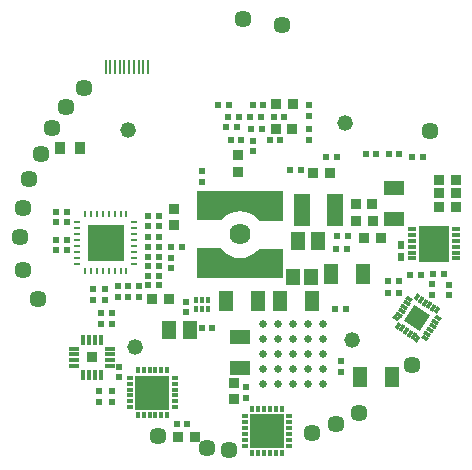
<source format=gts>
%FSLAX25Y25*%
%MOIN*%
G70*
G01*
G75*
G04 Layer_Color=8388736*
%ADD10C,0.01000*%
%ADD11C,0.00512*%
%ADD12C,0.02000*%
%ADD13R,0.00787X0.04488*%
%ADD14R,0.01969X0.01969*%
%ADD15R,0.03000X0.03000*%
%ADD16R,0.01969X0.01969*%
%ADD17R,0.03000X0.03000*%
G04:AMPARAMS|DCode=18|XSize=33.47mil|YSize=11.02mil|CornerRadius=2.76mil|HoleSize=0mil|Usage=FLASHONLY|Rotation=0.000|XOffset=0mil|YOffset=0mil|HoleType=Round|Shape=RoundedRectangle|*
%AMROUNDEDRECTD18*
21,1,0.03347,0.00551,0,0,0.0*
21,1,0.02795,0.01102,0,0,0.0*
1,1,0.00551,0.01398,-0.00276*
1,1,0.00551,-0.01398,-0.00276*
1,1,0.00551,-0.01398,0.00276*
1,1,0.00551,0.01398,0.00276*
%
%ADD18ROUNDEDRECTD18*%
G04:AMPARAMS|DCode=19|XSize=33.47mil|YSize=11.02mil|CornerRadius=2.76mil|HoleSize=0mil|Usage=FLASHONLY|Rotation=90.000|XOffset=0mil|YOffset=0mil|HoleType=Round|Shape=RoundedRectangle|*
%AMROUNDEDRECTD19*
21,1,0.03347,0.00551,0,0,90.0*
21,1,0.02795,0.01102,0,0,90.0*
1,1,0.00551,0.00276,0.01398*
1,1,0.00551,0.00276,-0.01398*
1,1,0.00551,-0.00276,-0.01398*
1,1,0.00551,-0.00276,0.01398*
%
%ADD19ROUNDEDRECTD19*%
%ADD20R,0.03150X0.03150*%
%ADD21R,0.02165X0.01260*%
%ADD22R,0.01260X0.02165*%
%ADD23R,0.11417X0.11417*%
G04:AMPARAMS|DCode=24|XSize=19.69mil|YSize=10.63mil|CornerRadius=0mil|HoleSize=0mil|Usage=FLASHONLY|Rotation=326.000|XOffset=0mil|YOffset=0mil|HoleType=Round|Shape=Rectangle|*
%AMROTATEDRECTD24*
4,1,4,-0.01113,0.00110,-0.00519,0.00991,0.01113,-0.00110,0.00519,-0.00991,-0.01113,0.00110,0.0*
%
%ADD24ROTATEDRECTD24*%

G04:AMPARAMS|DCode=25|XSize=21.65mil|YSize=10.63mil|CornerRadius=0mil|HoleSize=0mil|Usage=FLASHONLY|Rotation=326.000|XOffset=0mil|YOffset=0mil|HoleType=Round|Shape=Rectangle|*
%AMROTATEDRECTD25*
4,1,4,-0.01195,0.00165,-0.00600,0.01046,0.01195,-0.00165,0.00600,-0.01046,-0.01195,0.00165,0.0*
%
%ADD25ROTATEDRECTD25*%

%ADD26P,0.08574X4X281.0*%
G04:AMPARAMS|DCode=27|XSize=19.69mil|YSize=10.63mil|CornerRadius=0mil|HoleSize=0mil|Usage=FLASHONLY|Rotation=56.000|XOffset=0mil|YOffset=0mil|HoleType=Round|Shape=Rectangle|*
%AMROTATEDRECTD27*
4,1,4,-0.00110,-0.01113,-0.00991,-0.00519,0.00110,0.01113,0.00991,0.00519,-0.00110,-0.01113,0.0*
%
%ADD27ROTATEDRECTD27*%

G04:AMPARAMS|DCode=28|XSize=21.65mil|YSize=10.63mil|CornerRadius=0mil|HoleSize=0mil|Usage=FLASHONLY|Rotation=56.000|XOffset=0mil|YOffset=0mil|HoleType=Round|Shape=Rectangle|*
%AMROTATEDRECTD28*
4,1,4,-0.00165,-0.01195,-0.01046,-0.00600,0.00165,0.01195,0.01046,0.00600,-0.00165,-0.01195,0.0*
%
%ADD28ROTATEDRECTD28*%

%ADD29R,0.03543X0.03740*%
%ADD30C,0.01969*%
%ADD31C,0.06811*%
%ADD32R,0.04449X0.05787*%
%ADD33R,0.05079X0.10709*%
%ADD34R,0.06693X0.04331*%
%ADD35R,0.01969X0.02362*%
%ADD36R,0.04331X0.05512*%
%ADD37R,0.04331X0.06693*%
%ADD38R,0.02362X0.00984*%
%ADD39R,0.10236X0.11811*%
%ADD40C,0.02362*%
%ADD41R,0.00984X0.02362*%
%ADD42R,0.12205X0.12205*%
%ADD43R,0.01181X0.01929*%
%ADD44R,0.01181X0.02047*%
%ADD45C,0.01500*%
%ADD46C,0.03000*%
%ADD47C,0.00600*%
%ADD48C,0.05512*%
%ADD49C,0.05000*%
%ADD50C,0.01063*%
%ADD51R,0.05000X0.03000*%
%ADD52R,0.01969X0.01850*%
%ADD53R,0.01969X0.01457*%
%ADD54R,0.04882X0.05079*%
%ADD55C,0.00984*%
%ADD56R,0.04488X0.00787*%
%ADD57R,0.05906X0.02165*%
%ADD58C,0.00700*%
%ADD59C,0.00800*%
%ADD60C,0.01200*%
%ADD61C,0.00984*%
%ADD62C,0.00394*%
%ADD63C,0.00500*%
%ADD64C,0.00787*%
%ADD65R,0.00987X0.04688*%
%ADD66R,0.02169X0.02169*%
%ADD67R,0.03200X0.03200*%
%ADD68R,0.02169X0.02169*%
%ADD69R,0.03200X0.03200*%
G04:AMPARAMS|DCode=70|XSize=35.47mil|YSize=13.02mil|CornerRadius=3.76mil|HoleSize=0mil|Usage=FLASHONLY|Rotation=0.000|XOffset=0mil|YOffset=0mil|HoleType=Round|Shape=RoundedRectangle|*
%AMROUNDEDRECTD70*
21,1,0.03547,0.00551,0,0,0.0*
21,1,0.02795,0.01302,0,0,0.0*
1,1,0.00751,0.01398,-0.00276*
1,1,0.00751,-0.01398,-0.00276*
1,1,0.00751,-0.01398,0.00276*
1,1,0.00751,0.01398,0.00276*
%
%ADD70ROUNDEDRECTD70*%
G04:AMPARAMS|DCode=71|XSize=35.47mil|YSize=13.02mil|CornerRadius=3.76mil|HoleSize=0mil|Usage=FLASHONLY|Rotation=90.000|XOffset=0mil|YOffset=0mil|HoleType=Round|Shape=RoundedRectangle|*
%AMROUNDEDRECTD71*
21,1,0.03547,0.00551,0,0,90.0*
21,1,0.02795,0.01302,0,0,90.0*
1,1,0.00751,0.00276,0.01398*
1,1,0.00751,0.00276,-0.01398*
1,1,0.00751,-0.00276,-0.01398*
1,1,0.00751,-0.00276,0.01398*
%
%ADD71ROUNDEDRECTD71*%
%ADD72R,0.03350X0.03350*%
%ADD73R,0.02365X0.01460*%
%ADD74R,0.01460X0.02365*%
%ADD75R,0.11617X0.11617*%
G04:AMPARAMS|DCode=76|XSize=21.69mil|YSize=12.63mil|CornerRadius=0mil|HoleSize=0mil|Usage=FLASHONLY|Rotation=326.000|XOffset=0mil|YOffset=0mil|HoleType=Round|Shape=Rectangle|*
%AMROTATEDRECTD76*
4,1,4,-0.01252,0.00083,-0.00546,0.01130,0.01252,-0.00083,0.00546,-0.01130,-0.01252,0.00083,0.0*
%
%ADD76ROTATEDRECTD76*%

G04:AMPARAMS|DCode=77|XSize=23.65mil|YSize=12.63mil|CornerRadius=0mil|HoleSize=0mil|Usage=FLASHONLY|Rotation=326.000|XOffset=0mil|YOffset=0mil|HoleType=Round|Shape=Rectangle|*
%AMROTATEDRECTD77*
4,1,4,-0.01334,0.00138,-0.00627,0.01185,0.01334,-0.00138,0.00627,-0.01185,-0.01334,0.00138,0.0*
%
%ADD77ROTATEDRECTD77*%

%ADD78P,0.08857X4X281.0*%
G04:AMPARAMS|DCode=79|XSize=21.69mil|YSize=12.63mil|CornerRadius=0mil|HoleSize=0mil|Usage=FLASHONLY|Rotation=56.000|XOffset=0mil|YOffset=0mil|HoleType=Round|Shape=Rectangle|*
%AMROTATEDRECTD79*
4,1,4,-0.00083,-0.01252,-0.01130,-0.00546,0.00083,0.01252,0.01130,0.00546,-0.00083,-0.01252,0.0*
%
%ADD79ROTATEDRECTD79*%

G04:AMPARAMS|DCode=80|XSize=23.65mil|YSize=12.63mil|CornerRadius=0mil|HoleSize=0mil|Usage=FLASHONLY|Rotation=56.000|XOffset=0mil|YOffset=0mil|HoleType=Round|Shape=Rectangle|*
%AMROTATEDRECTD80*
4,1,4,-0.00138,-0.01334,-0.01185,-0.00627,0.00138,0.01334,0.01185,0.00627,-0.00138,-0.01334,0.0*
%
%ADD80ROTATEDRECTD80*%

%ADD81R,0.03743X0.03940*%
%ADD82C,0.02169*%
%ADD83C,0.07011*%
%ADD84R,0.04649X0.05987*%
%ADD85R,0.05279X0.10909*%
%ADD86R,0.06893X0.04531*%
%ADD87R,0.02169X0.02562*%
%ADD88R,0.04531X0.05712*%
%ADD89R,0.04531X0.06893*%
%ADD90R,0.02562X0.01184*%
%ADD91R,0.10436X0.12011*%
%ADD92C,0.02562*%
%ADD93R,0.12405X0.12405*%
%ADD94R,0.01575X0.02323*%
%ADD95R,0.01575X0.02441*%
%ADD96C,0.05712*%
%ADD97C,0.05200*%
G36*
X-6478Y-4389D02*
X-6471Y-4389D01*
X-6465Y-4391D01*
X-6459Y-4392D01*
X-6453Y-4394D01*
X-6445Y-4397D01*
X-6440Y-4399D01*
X-6435Y-4402D01*
X-6429Y-4406D01*
X-6423Y-4410D01*
X-6419Y-4414D01*
X-6414Y-4418D01*
X-6410Y-4424D01*
X-6404Y-4429D01*
X-6402Y-4434D01*
X-6398Y-4439D01*
X-6395Y-4445D01*
X-6392Y-4452D01*
X-6390Y-4458D01*
X-6388Y-4463D01*
X-6388Y-4464D01*
X-5670Y-5339D01*
X-4465Y-6328D01*
X-3090Y-7063D01*
X-1598Y-7516D01*
X-46Y-7669D01*
X1505Y-7516D01*
X2998Y-7063D01*
X4372Y-6328D01*
X5578Y-5339D01*
X6143Y-4650D01*
X6153Y-4641D01*
X6161Y-4633D01*
X6162Y-4633D01*
X6163Y-4632D01*
X6174Y-4626D01*
X6184Y-4620D01*
X6185Y-4620D01*
X6186Y-4620D01*
X6198Y-4617D01*
X6210Y-4614D01*
X6211Y-4614D01*
X6211Y-4614D01*
X6224Y-4614D01*
X6236Y-4614D01*
X6237Y-4615D01*
X6238Y-4615D01*
X6249Y-4618D01*
X6262Y-4622D01*
X6262Y-4622D01*
X6263Y-4622D01*
X6273Y-4628D01*
X14140D01*
X14166Y-4632D01*
X14191Y-4642D01*
X14211Y-4658D01*
X14228Y-4679D01*
X14238Y-4703D01*
X14241Y-4729D01*
Y-14329D01*
X14238Y-14355D01*
X14228Y-14380D01*
X14211Y-14401D01*
X14191Y-14416D01*
X14166Y-14427D01*
X14140Y-14430D01*
X-14160D01*
X-14186Y-14427D01*
X-14198Y-14422D01*
X-14210Y-14416D01*
X-14231Y-14401D01*
X-14271Y-14360D01*
X-14287Y-14339D01*
X-14291Y-14329D01*
X-14297Y-14315D01*
X-14301Y-14289D01*
Y-4489D01*
X-14297Y-4463D01*
X-14287Y-4439D01*
X-14271Y-4418D01*
X-14250Y-4402D01*
X-14226Y-4392D01*
X-14200Y-4388D01*
X-6486D01*
X-6478Y-4389D01*
D02*
G37*
G36*
X14126Y14697D02*
X14138Y14692D01*
X14150Y14687D01*
X14171Y14671D01*
X14211Y14631D01*
X14228Y14610D01*
X14232Y14600D01*
X14238Y14586D01*
X14241Y14560D01*
Y4760D01*
X14238Y4734D01*
X14228Y4709D01*
X14211Y4688D01*
X14191Y4672D01*
X14166Y4662D01*
X14140Y4659D01*
X6426D01*
X6419Y4660D01*
X6411Y4660D01*
X6405Y4662D01*
X6400Y4662D01*
X6393Y4665D01*
X6386Y4667D01*
X6381Y4670D01*
X6375Y4672D01*
X6369Y4677D01*
X6363Y4681D01*
X6359Y4685D01*
X6355Y4688D01*
X6350Y4694D01*
X6345Y4700D01*
X6342Y4705D01*
X6338Y4709D01*
X6336Y4716D01*
X6332Y4723D01*
X6331Y4728D01*
X6328Y4734D01*
X6328Y4735D01*
X5610Y5610D01*
X4405Y6599D01*
X3030Y7334D01*
X1538Y7787D01*
X-14Y7940D01*
X-1565Y7787D01*
X-3057Y7334D01*
X-4432Y6599D01*
X-5638Y5610D01*
X-6203Y4921D01*
X-6212Y4912D01*
X-6221Y4904D01*
X-6222Y4904D01*
X-6222Y4903D01*
X-6234Y4897D01*
X-6244Y4891D01*
X-6245Y4891D01*
X-6246Y4891D01*
X-6258Y4888D01*
X-6270Y4885D01*
X-6271Y4885D01*
X-6271Y4885D01*
X-6284Y4885D01*
X-6296Y4885D01*
X-6297Y4885D01*
X-6297Y4885D01*
X-6309Y4889D01*
X-6321Y4893D01*
X-6322Y4893D01*
X-6323Y4893D01*
X-6333Y4899D01*
X-14200D01*
X-14226Y4903D01*
X-14250Y4913D01*
X-14271Y4929D01*
X-14287Y4950D01*
X-14297Y4974D01*
X-14301Y5000D01*
Y14600D01*
X-14297Y14626D01*
X-14287Y14650D01*
X-14271Y14671D01*
X-14250Y14687D01*
X-14226Y14697D01*
X-14200Y14701D01*
X14100D01*
X14126Y14697D01*
D02*
G37*
D38*
X-54232Y-9498D02*
D03*
Y-7530D02*
D03*
Y-5561D02*
D03*
Y-3593D02*
D03*
Y-1624D02*
D03*
Y344D02*
D03*
Y2313D02*
D03*
Y4281D02*
D03*
X-35335D02*
D03*
Y2313D02*
D03*
Y344D02*
D03*
Y-1624D02*
D03*
Y-3593D02*
D03*
Y-5561D02*
D03*
Y-7530D02*
D03*
Y-9498D02*
D03*
D41*
X-51673Y6840D02*
D03*
X-49705D02*
D03*
X-47736D02*
D03*
X-45768D02*
D03*
X-43799D02*
D03*
X-41831D02*
D03*
X-39862D02*
D03*
X-37894D02*
D03*
Y-12057D02*
D03*
X-39862D02*
D03*
X-41831D02*
D03*
X-43799D02*
D03*
X-45768D02*
D03*
X-47736D02*
D03*
X-49705D02*
D03*
X-51673D02*
D03*
D65*
X-30700Y56050D02*
D03*
X-32300D02*
D03*
X-33850D02*
D03*
X-35450D02*
D03*
X-37050D02*
D03*
X-38600D02*
D03*
X-40150D02*
D03*
X-41700D02*
D03*
X-43300D02*
D03*
X-44850Y56000D02*
D03*
D66*
X13449Y31632D02*
D03*
X9906D02*
D03*
X14699Y39332D02*
D03*
X11156D02*
D03*
X-17551Y-62918D02*
D03*
X-21094D02*
D03*
X52949Y-15368D02*
D03*
X49406D02*
D03*
X52949Y-19268D02*
D03*
X49406D02*
D03*
X-57805Y-4832D02*
D03*
X-61348D02*
D03*
X-57805Y-1632D02*
D03*
X-61348D02*
D03*
X-30598Y-16818D02*
D03*
X-27055D02*
D03*
X-30598Y-13618D02*
D03*
X-27055D02*
D03*
X-30598Y-10418D02*
D03*
X-27055D02*
D03*
X-30598Y-7218D02*
D03*
X-27055D02*
D03*
X-57755Y7618D02*
D03*
X-61298D02*
D03*
X-57755Y4418D02*
D03*
X-61298D02*
D03*
X-30598Y6382D02*
D03*
X-27055D02*
D03*
X-30598Y2882D02*
D03*
X-27055D02*
D03*
X-30598Y-718D02*
D03*
X-27055D02*
D03*
X-30598Y-4018D02*
D03*
X-27055D02*
D03*
X3656Y35332D02*
D03*
X7199D02*
D03*
X-3706Y43418D02*
D03*
X-7249D02*
D03*
X3406Y39332D02*
D03*
X6949D02*
D03*
X-3094Y31582D02*
D03*
X449D02*
D03*
X-4044Y39332D02*
D03*
X-501D02*
D03*
X20294Y21718D02*
D03*
X16751D02*
D03*
X-4694Y36032D02*
D03*
X-1151D02*
D03*
X7744Y43268D02*
D03*
X4201D02*
D03*
X-22921Y-4068D02*
D03*
X-19378D02*
D03*
X35471Y-4782D02*
D03*
X31928D02*
D03*
X35921Y-482D02*
D03*
X32378Y-482D02*
D03*
X60822Y26018D02*
D03*
X57279D02*
D03*
X56779Y-13218D02*
D03*
X60322D02*
D03*
X32171Y25868D02*
D03*
X28628D02*
D03*
X49579Y26882D02*
D03*
X53122D02*
D03*
X41829D02*
D03*
X45372D02*
D03*
X64429Y-12968D02*
D03*
X67972D02*
D03*
X31679Y-24518D02*
D03*
X35222D02*
D03*
X-9224Y-30940D02*
D03*
X-12767D02*
D03*
D67*
X17574Y43570D02*
D03*
X12074D02*
D03*
X-15176Y-67380D02*
D03*
X-20676D02*
D03*
X38724Y4820D02*
D03*
X44224D02*
D03*
X38624Y10220D02*
D03*
X44124D02*
D03*
X-29206Y-21175D02*
D03*
X-23706D02*
D03*
X46957Y-975D02*
D03*
X41457D02*
D03*
X29926Y20680D02*
D03*
X24426D02*
D03*
X11874Y35370D02*
D03*
X17374D02*
D03*
X71927Y13880D02*
D03*
X66427D02*
D03*
X71927Y18380D02*
D03*
X66427D02*
D03*
X71927Y9380D02*
D03*
X66427D02*
D03*
D68*
X-42568Y-55622D02*
D03*
Y-52079D02*
D03*
X-46918Y-55672D02*
D03*
Y-52129D02*
D03*
X-40239Y-43891D02*
D03*
Y-47435D02*
D03*
X2068Y-50701D02*
D03*
Y-54244D02*
D03*
X64082Y-19999D02*
D03*
Y-16456D02*
D03*
X-33718Y-17156D02*
D03*
Y-20699D02*
D03*
X-23082Y-11094D02*
D03*
Y-7551D02*
D03*
X-40618Y-17156D02*
D03*
Y-20699D02*
D03*
X4182Y31394D02*
D03*
Y27851D02*
D03*
X-12818Y21244D02*
D03*
Y17701D02*
D03*
X-37368Y-17156D02*
D03*
Y-20699D02*
D03*
X-44868Y-18029D02*
D03*
Y-21572D02*
D03*
X-42731Y-29571D02*
D03*
Y-26028D02*
D03*
X-46368Y-26029D02*
D03*
Y-29572D02*
D03*
X-48868Y-18029D02*
D03*
Y-21572D02*
D03*
X23087Y39784D02*
D03*
Y43328D02*
D03*
X23111Y31829D02*
D03*
Y35372D02*
D03*
X69482Y-16579D02*
D03*
Y-20122D02*
D03*
X33532Y-42029D02*
D03*
Y-45572D02*
D03*
X-17941Y-22194D02*
D03*
Y-25737D02*
D03*
D69*
X-2070Y-49326D02*
D03*
Y-54826D02*
D03*
X-21917Y3243D02*
D03*
Y8743D02*
D03*
X-780Y26526D02*
D03*
Y21026D02*
D03*
D70*
X-43444Y-43753D02*
D03*
Y-41784D02*
D03*
Y-39816D02*
D03*
Y-37847D02*
D03*
X-55256Y-43753D02*
D03*
Y-41784D02*
D03*
Y-39816D02*
D03*
Y-37847D02*
D03*
D71*
X-52303Y-34894D02*
D03*
X-50334D02*
D03*
X-48366D02*
D03*
X-46397D02*
D03*
X-46397Y-46705D02*
D03*
X-48366D02*
D03*
X-50334D02*
D03*
X-52303D02*
D03*
D72*
X-49350Y-40800D02*
D03*
D73*
X-21821Y-57421D02*
D03*
Y-55453D02*
D03*
Y-53484D02*
D03*
Y-51516D02*
D03*
Y-49547D02*
D03*
Y-47579D02*
D03*
X-36585Y-57421D02*
D03*
Y-55453D02*
D03*
Y-53484D02*
D03*
Y-51516D02*
D03*
Y-49547D02*
D03*
Y-47579D02*
D03*
X1521Y-60479D02*
D03*
Y-62447D02*
D03*
Y-64416D02*
D03*
Y-66384D02*
D03*
Y-68353D02*
D03*
Y-70321D02*
D03*
X16285Y-60479D02*
D03*
Y-62447D02*
D03*
Y-64416D02*
D03*
Y-66384D02*
D03*
Y-68353D02*
D03*
Y-70321D02*
D03*
D74*
X-34124Y-45118D02*
D03*
X-32156D02*
D03*
X-30187D02*
D03*
X-28219D02*
D03*
X-26250D02*
D03*
X-24282Y-45118D02*
D03*
X-34124Y-59882D02*
D03*
X-32156D02*
D03*
X-30187D02*
D03*
X-28219Y-59882D02*
D03*
X-26250D02*
D03*
X-24282D02*
D03*
X13824Y-72782D02*
D03*
X11856D02*
D03*
X9887D02*
D03*
X7919D02*
D03*
X5950D02*
D03*
X3982D02*
D03*
X13824Y-58018D02*
D03*
X11856D02*
D03*
X9887D02*
D03*
X7919D02*
D03*
X5950D02*
D03*
X3982D02*
D03*
D75*
X-29203Y-52500D02*
D03*
X8903Y-65400D02*
D03*
D76*
X61663Y-34261D02*
D03*
X66066Y-27733D02*
D03*
X52035Y-27766D02*
D03*
X56438Y-21239D02*
D03*
D77*
X62461Y-32900D02*
D03*
X63341Y-31594D02*
D03*
X64222Y-30289D02*
D03*
X65104Y-28984D02*
D03*
X52997Y-26516D02*
D03*
X53879Y-25211D02*
D03*
X54760Y-23906D02*
D03*
X55640Y-22600D02*
D03*
D78*
X59130Y-27804D02*
D03*
D79*
X59034Y-20734D02*
D03*
X65562Y-25138D02*
D03*
X59067Y-34765D02*
D03*
X52539Y-30362D02*
D03*
D80*
X60284Y-21697D02*
D03*
X61589Y-22579D02*
D03*
X62895Y-23459D02*
D03*
X64200Y-24340D02*
D03*
X57816Y-33803D02*
D03*
X56512Y-32921D02*
D03*
X55206Y-32041D02*
D03*
X53901Y-31160D02*
D03*
D81*
X-60097Y29000D02*
D03*
X-53404D02*
D03*
D82*
X9900Y-10400D02*
D03*
X9500Y10200D02*
D03*
D83*
X0Y256D02*
D03*
D84*
X19136Y-1969D02*
D03*
X26105D02*
D03*
X-23632Y-31727D02*
D03*
X-16664D02*
D03*
D85*
X31651Y8189D02*
D03*
X20588D02*
D03*
D86*
X51400Y15815D02*
D03*
Y5185D02*
D03*
X0Y-33835D02*
D03*
Y-44465D02*
D03*
D87*
X53800Y-7318D02*
D03*
Y-3382D02*
D03*
D88*
X17747Y-14150D02*
D03*
X23653D02*
D03*
D89*
X41015Y-13000D02*
D03*
X30385D02*
D03*
X-4665Y-22050D02*
D03*
X5965D02*
D03*
X24065D02*
D03*
X13435D02*
D03*
X50565Y-47450D02*
D03*
X39935D02*
D03*
D90*
X72130Y2021D02*
D03*
X72130Y53D02*
D03*
Y-1916D02*
D03*
Y-3884D02*
D03*
Y-5853D02*
D03*
Y-7821D02*
D03*
X57170D02*
D03*
Y-5853D02*
D03*
Y-3884D02*
D03*
Y-1916D02*
D03*
Y53D02*
D03*
Y2021D02*
D03*
D91*
X64650Y-2900D02*
D03*
D92*
X7700Y-49600D02*
D03*
X12700D02*
D03*
X17700D02*
D03*
X22700D02*
D03*
X27700D02*
D03*
X7700Y-44600D02*
D03*
X12700D02*
D03*
X17700D02*
D03*
X22700D02*
D03*
X27700D02*
D03*
X7700Y-39600D02*
D03*
X12700D02*
D03*
X17700D02*
D03*
X22700D02*
D03*
X27700D02*
D03*
X7700Y-34600D02*
D03*
X12700D02*
D03*
X17700D02*
D03*
X22700D02*
D03*
X27700D02*
D03*
Y-29600D02*
D03*
X22700D02*
D03*
X17700D02*
D03*
X12700D02*
D03*
X7700D02*
D03*
D93*
X-44784Y-2608D02*
D03*
D94*
X-14650Y-21768D02*
D03*
X-12682D02*
D03*
X-10713D02*
D03*
Y-24800D02*
D03*
X-12682D02*
D03*
D95*
X-14650D02*
D03*
D96*
X-72441Y8849D02*
D03*
X-70431Y18733D02*
D03*
X-73428Y-542D02*
D03*
X63460Y34562D02*
D03*
X39760Y-59338D02*
D03*
X23960Y-66038D02*
D03*
X-27240Y-67038D02*
D03*
X-58040Y42512D02*
D03*
X-52090Y49012D02*
D03*
X-66440Y27012D02*
D03*
X-62740Y35812D02*
D03*
X57260Y-43438D02*
D03*
X-3740Y-71738D02*
D03*
X32060Y-63138D02*
D03*
X-11090Y-71038D02*
D03*
X1110Y71862D02*
D03*
X-72231Y-11751D02*
D03*
X-67528Y-21458D02*
D03*
X14093Y69945D02*
D03*
D97*
X37400Y-35000D02*
D03*
X-35000Y-37400D02*
D03*
X35000Y37400D02*
D03*
X-37400Y35000D02*
D03*
M02*

</source>
